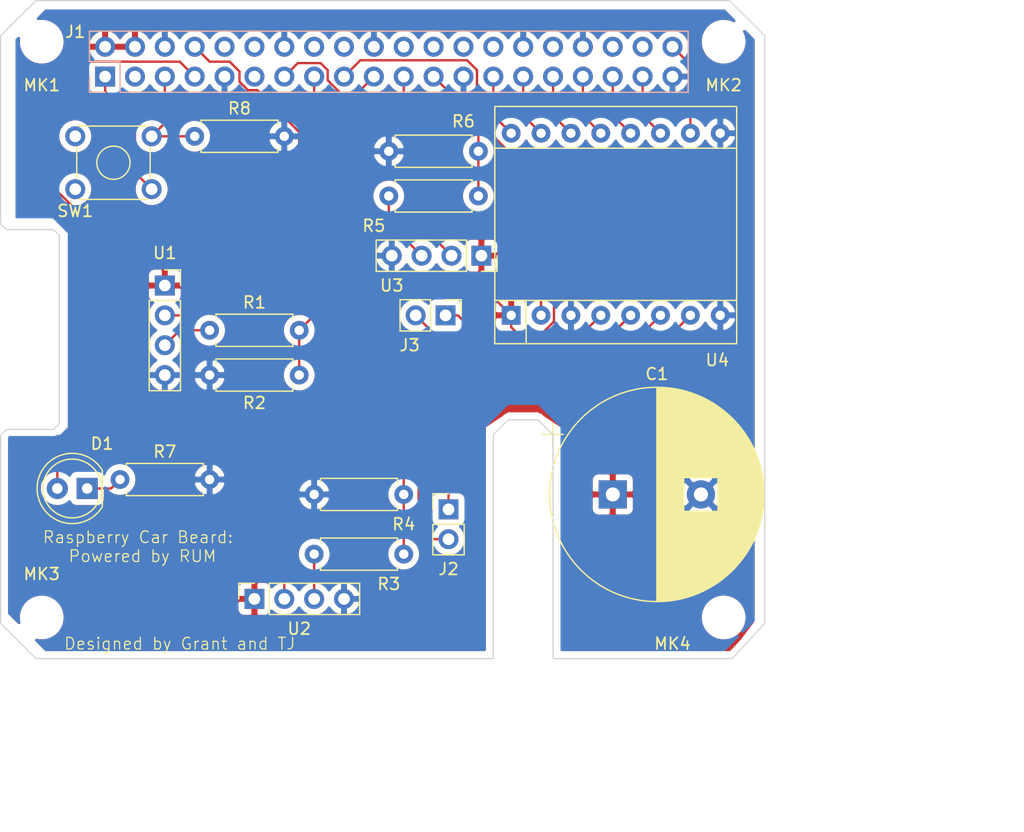
<source format=kicad_pcb>
(kicad_pcb (version 20171130) (host pcbnew "(5.1.0)-1")
  (title_block (date "15 nov 2012"))
  (layers (0 F.Cu signal hide) (31 B.Cu signal hide) (34 B.Paste user) (35 F.Paste user hide) (36 B.SilkS user hide) (37 F.SilkS user) (38 B.Mask user hide) (39 F.Mask user) (44 Edge.Cuts user))
  (net 0 "")
  (net 1 +3V3)
  (net 2 +5V)
  (net 3 GND)
  (net 4 "Net-(D1-Pad1)")
  (net 5 LED)
  (net 6 STBY)
  (net 7 PUSH_BUTTON)
  (net 8 A01)
  (net 9 A02)
  (net 10 B02)
  (net 11 AIN2)
  (net 12 P3_ECHO)
  (net 13 U1_TRIG)
  (net 14 P1_ECHO)
  (net 15 U2_TRIG)
  (net 16 P2_ECHO)
  (net 17 "Net-(J1-Pad24)")
  (net 18 "Net-(J1-Pad26)")
  (net 19 PWMA)
  (net 20 PWMB)
  (net 21 AIN1)
  (net 22 B01)
  (net 23 U3_TRIG)
  (net 24 BIN1)
  (net 25 BIN2)
  (net 26 U1_ECHO)
  (net 27 U2_ECHO)
  (net 28 U3_ECHO)
  (net 29 "Net-(SW1-Pad3)")
  (net 30 "Net-(J1-Pad12)")
  (net 31 "Net-(J1-Pad11)")
  (net 32 "Net-(J1-Pad10)")
  (net 33 "Net-(J1-Pad22)")
  (net 34 "Net-(J1-Pad18)")
  (net 35 "Net-(J1-Pad16)")
  (net 36 "Net-(J1-Pad3)")
  (net 37 "Net-(J1-Pad38)")
  (net 38 "Net-(J1-Pad36)")
  (net 39 "Net-(J1-Pad32)")
  (net 40 "Net-(J1-Pad28)")
  (net 41 "Net-(SW1-Pad1)")
  (module MountingHole:MountingHole_2.7mm_M2.5 (layer F.Cu) (at 75.23 50.51 180)
    (fp_text reference MK1 (at 0 -3.7 180) (layer F.SilkS))
    (fp_text value M2.5)
    (pad 1 np_thru_hole circle (at 0 0 180) (size 2.7 2.7) (drill 2.7) (layers *.Cu *.Mask))
  )
  (module Connector_PinHeader_2.54mm:PinHeader_1x02_P2.54mm_Vertical (layer F.Cu) (at 109.576 73.8 270)
    (fp_text reference J3 (at 2.54 3.048 180) (layer F.SilkS))
    (fp_text value Conn_01x02_Male)
    (pad 2 thru_hole oval (at 0 2.54 270) (size 1.7 1.7) (drill 1) (layers *.Cu *.Mask) (net 9 A02))
    (pad 1 thru_hole rect (at 0 0 270) (size 1.7 1.7) (drill 1) (layers *.Cu *.Mask) (net 8 A01))
  )
  (module Connector_PinSocket_2.54mm:PinSocket_2x20_P2.54mm_Vertical (layer B.Cu) (at 80.62 53.48 270)
    (fp_text reference J1 (at -3.81 2.54) (layer F.SilkS))
    (fp_text value Raspberry_Pi_2_3)
    (pad 40 thru_hole oval (at -2.54 -48.26 270) (size 1.7 1.7) (drill 1) (layers *.Cu *.Mask) (net 20 PWMB))
    (pad 39 thru_hole oval (at 0 -48.26 270) (size 1.7 1.7) (drill 1) (layers *.Cu *.Mask) (net 3 GND))
    (pad 38 thru_hole oval (at -2.54 -45.72 270) (size 1.7 1.7) (drill 1) (layers *.Cu *.Mask) (net 37 "Net-(J1-Pad38)"))
    (pad 37 thru_hole oval (at 0 -45.72 270) (size 1.7 1.7) (drill 1) (layers *.Cu *.Mask) (net 25 BIN2))
    (pad 36 thru_hole oval (at -2.54 -43.18 270) (size 1.7 1.7) (drill 1) (layers *.Cu *.Mask) (net 38 "Net-(J1-Pad36)"))
    (pad 35 thru_hole oval (at 0 -43.18 270) (size 1.7 1.7) (drill 1) (layers *.Cu *.Mask) (net 24 BIN1))
    (pad 34 thru_hole oval (at -2.54 -40.64 270) (size 1.7 1.7) (drill 1) (layers *.Cu *.Mask) (net 3 GND))
    (pad 33 thru_hole oval (at 0 -40.64 270) (size 1.7 1.7) (drill 1) (layers *.Cu *.Mask) (net 6 STBY))
    (pad 32 thru_hole oval (at -2.54 -38.1 270) (size 1.7 1.7) (drill 1) (layers *.Cu *.Mask) (net 39 "Net-(J1-Pad32)"))
    (pad 31 thru_hole oval (at 0 -38.1 270) (size 1.7 1.7) (drill 1) (layers *.Cu *.Mask) (net 21 AIN1))
    (pad 30 thru_hole oval (at -2.54 -35.56 270) (size 1.7 1.7) (drill 1) (layers *.Cu *.Mask) (net 3 GND))
    (pad 29 thru_hole oval (at 0 -35.56 270) (size 1.7 1.7) (drill 1) (layers *.Cu *.Mask) (net 11 AIN2))
    (pad 28 thru_hole oval (at -2.54 -33.02 270) (size 1.7 1.7) (drill 1) (layers *.Cu *.Mask) (net 40 "Net-(J1-Pad28)"))
    (pad 27 thru_hole oval (at 0 -33.02 270) (size 1.7 1.7) (drill 1) (layers *.Cu *.Mask) (net 19 PWMA))
    (pad 26 thru_hole oval (at -2.54 -30.48 270) (size 1.7 1.7) (drill 1) (layers *.Cu *.Mask) (net 18 "Net-(J1-Pad26)"))
    (pad 25 thru_hole oval (at 0 -30.48 270) (size 1.7 1.7) (drill 1) (layers *.Cu *.Mask) (net 3 GND))
    (pad 24 thru_hole oval (at -2.54 -27.94 270) (size 1.7 1.7) (drill 1) (layers *.Cu *.Mask) (net 17 "Net-(J1-Pad24)"))
    (pad 23 thru_hole oval (at 0 -27.94 270) (size 1.7 1.7) (drill 1) (layers *.Cu *.Mask) (net 12 P3_ECHO))
    (pad 22 thru_hole oval (at -2.54 -25.4 270) (size 1.7 1.7) (drill 1) (layers *.Cu *.Mask) (net 33 "Net-(J1-Pad22)"))
    (pad 21 thru_hole oval (at 0 -25.4 270) (size 1.7 1.7) (drill 1) (layers *.Cu *.Mask) (net 23 U3_TRIG))
    (pad 20 thru_hole oval (at -2.54 -22.86 270) (size 1.7 1.7) (drill 1) (layers *.Cu *.Mask) (net 3 GND))
    (pad 19 thru_hole oval (at 0 -22.86 270) (size 1.7 1.7) (drill 1) (layers *.Cu *.Mask) (net 16 P2_ECHO))
    (pad 18 thru_hole oval (at -2.54 -20.32 270) (size 1.7 1.7) (drill 1) (layers *.Cu *.Mask) (net 34 "Net-(J1-Pad18)"))
    (pad 17 thru_hole oval (at 0 -20.32 270) (size 1.7 1.7) (drill 1) (layers *.Cu *.Mask) (net 1 +3V3))
    (pad 16 thru_hole oval (at -2.54 -17.78 270) (size 1.7 1.7) (drill 1) (layers *.Cu *.Mask) (net 35 "Net-(J1-Pad16)"))
    (pad 15 thru_hole oval (at 0 -17.78 270) (size 1.7 1.7) (drill 1) (layers *.Cu *.Mask) (net 14 P1_ECHO))
    (pad 14 thru_hole oval (at -2.54 -15.24 270) (size 1.7 1.7) (drill 1) (layers *.Cu *.Mask) (net 3 GND))
    (pad 13 thru_hole oval (at 0 -15.24 270) (size 1.7 1.7) (drill 1) (layers *.Cu *.Mask) (net 15 U2_TRIG))
    (pad 12 thru_hole oval (at -2.54 -12.7 270) (size 1.7 1.7) (drill 1) (layers *.Cu *.Mask) (net 30 "Net-(J1-Pad12)"))
    (pad 11 thru_hole oval (at 0 -12.7 270) (size 1.7 1.7) (drill 1) (layers *.Cu *.Mask) (net 31 "Net-(J1-Pad11)"))
    (pad 10 thru_hole oval (at -2.54 -10.16 270) (size 1.7 1.7) (drill 1) (layers *.Cu *.Mask) (net 32 "Net-(J1-Pad10)"))
    (pad 9 thru_hole oval (at 0 -10.16 270) (size 1.7 1.7) (drill 1) (layers *.Cu *.Mask) (net 3 GND))
    (pad 8 thru_hole oval (at -2.54 -7.62 270) (size 1.7 1.7) (drill 1) (layers *.Cu *.Mask) (net 13 U1_TRIG))
    (pad 7 thru_hole oval (at 0 -7.62 270) (size 1.7 1.7) (drill 1) (layers *.Cu *.Mask) (net 5 LED))
    (pad 6 thru_hole oval (at -2.54 -5.08 270) (size 1.7 1.7) (drill 1) (layers *.Cu *.Mask) (net 3 GND))
    (pad 5 thru_hole oval (at 0 -5.08 270) (size 1.7 1.7) (drill 1) (layers *.Cu *.Mask) (net 7 PUSH_BUTTON))
    (pad 4 thru_hole oval (at -2.54 -2.54 270) (size 1.7 1.7) (drill 1) (layers *.Cu *.Mask) (net 2 +5V))
    (pad 3 thru_hole oval (at 0 -2.54 270) (size 1.7 1.7) (drill 1) (layers *.Cu *.Mask) (net 36 "Net-(J1-Pad3)"))
    (pad 2 thru_hole oval (at -2.54 0 270) (size 1.7 1.7) (drill 1) (layers *.Cu *.Mask) (net 2 +5V))
    (pad 1 thru_hole rect (at 0 0 270) (size 1.7 1.7) (drill 1) (layers *.Cu *.Mask) (net 1 +3V3))
  )
  (module SparkFun_TB6612:SparkFun_TB6612_foot (layer F.Cu) (at 136.5 68.72 90)
    (fp_text reference U4 (at -8.89 -3.81 180) (layer F.SilkS))
    (fp_text value TB6612FNG_BREAKOUT)
    (pad 1 thru_hole rect (at -5.074 -21.34 90) (size 1.6 1.6) (drill 0.8) (layers *.Cu *.Mask) (net 2 +5V))
    (pad 9 thru_hole oval (at 10.42 -3.56 90) (size 1.6 1.6) (drill 0.8) (layers *.Cu *.Mask) (net 3 GND))
    (pad 2 thru_hole oval (at -5.074 -18.8 90) (size 1.6 1.6) (drill 0.8) (layers *.Cu *.Mask) (net 1 +3V3))
    (pad 10 thru_hole oval (at 10.42 -6.1 90) (size 1.6 1.6) (drill 0.8) (layers *.Cu *.Mask) (net 20 PWMB))
    (pad 16 thru_hole oval (at 10.42 -21.34 90) (size 1.6 1.6) (drill 0.8) (layers *.Cu *.Mask) (net 19 PWMA))
    (pad 7 thru_hole oval (at -5.074 -6.1 90) (size 1.6 1.6) (drill 0.8) (layers *.Cu *.Mask) (net 22 B01))
    (pad 3 thru_hole oval (at -5.074 -16.26 90) (size 1.6 1.6) (drill 0.8) (layers *.Cu *.Mask) (net 3 GND))
    (pad 5 thru_hole oval (at -5.074 -11.18 90) (size 1.6 1.6) (drill 0.8) (layers *.Cu *.Mask) (net 9 A02))
    (pad 6 thru_hole oval (at -5.074 -8.64 90) (size 1.6 1.6) (drill 0.8) (layers *.Cu *.Mask) (net 10 B02))
    (pad 15 thru_hole oval (at 10.42 -18.8 90) (size 1.6 1.6) (drill 0.8) (layers *.Cu *.Mask) (net 11 AIN2))
    (pad 14 thru_hole oval (at 10.42 -16.26 90) (size 1.6 1.6) (drill 0.8) (layers *.Cu *.Mask) (net 21 AIN1))
    (pad 12 thru_hole oval (at 10.42 -11.18 90) (size 1.6 1.6) (drill 0.8) (layers *.Cu *.Mask) (net 24 BIN1))
    (pad 11 thru_hole oval (at 10.42 -8.64 90) (size 1.6 1.6) (drill 0.8) (layers *.Cu *.Mask) (net 25 BIN2))
    (pad 4 thru_hole oval (at -5.074 -13.72 90) (size 1.6 1.6) (drill 0.8) (layers *.Cu *.Mask) (net 8 A01))
    (pad 13 thru_hole oval (at 10.42 -13.72 90) (size 1.6 1.6) (drill 0.8) (layers *.Cu *.Mask) (net 6 STBY))
    (pad 8 thru_hole oval (at -5.074 -3.56 90) (size 1.6 1.6) (drill 0.8) (layers *.Cu *.Mask) (net 3 GND))
  )
  (module SparkFun_TB6612 (layer F.Cu) (at 0 0)
    (fp_text reference REF** (at 0 0.5) (layer F.SilkS))
    (fp_text value SparkFun_TB6612)
  )
  (module Capacitor_THT:CP_Radial_D18.0mm_P7.50mm (layer F.Cu) (at 123.8 89.04)
    (fp_text reference C1 (at 3.75 -10.25) (layer F.SilkS))
    (fp_text value CAP)
    (pad 2 thru_hole circle (at 7.5 0) (size 2.4 2.4) (drill 1.2) (layers *.Cu *.Mask) (net 3 GND))
    (pad 1 thru_hole rect (at 0 0) (size 2.4 2.4) (drill 1.2) (layers *.Cu *.Mask) (net 2 +5V))
  )
  (module MountingHole:MountingHole_2.7mm_M2.5 (layer F.Cu) (at 133.23 50.51 180)
    (fp_text reference MK2 (at 0 -3.7 180) (layer F.SilkS))
    (fp_text value M2.5)
    (pad 1 np_thru_hole circle (at 0 0 180) (size 2.7 2.7) (drill 2.7) (layers *.Cu *.Mask))
  )
  (module MountingHole:MountingHole_2.7mm_M2.5 (layer F.Cu) (at 75.23 99.51)
    (fp_text reference MK3 (at 0 -3.7) (layer F.SilkS))
    (fp_text value M2.5)
    (pad 1 np_thru_hole circle (at 0 0) (size 2.7 2.7) (drill 2.7) (layers *.Cu *.Mask))
  )
  (module MountingHole:MountingHole_2.7mm_M2.5 (layer F.Cu) (at 133.23 99.51)
    (fp_text reference MK4 (at -4.35 2.23) (layer F.SilkS))
    (fp_text value M2.5)
    (pad 1 np_thru_hole circle (at 0 0) (size 2.7 2.7) (drill 2.7) (layers *.Cu *.Mask))
  )
  (module LED_THT:LED_D5.0mm (layer F.Cu) (at 79.096 88.532 180)
    (fp_text reference D1 (at -1.27 3.81) (layer F.SilkS))
    (fp_text value LED)
    (pad 1 thru_hole rect (at 0 0 180) (size 1.8 1.8) (drill 0.9) (layers *.Cu *.Mask) (net 4 "Net-(D1-Pad1)"))
    (pad 2 thru_hole circle (at 2.54 0 180) (size 1.8 1.8) (drill 0.9) (layers *.Cu *.Mask) (net 5 LED))
  )
  (module Button_Switch_THT:SW_TH_Tactile_Omron_B3F-10xx (layer F.Cu) (at 78.08 58.56)
    (fp_text reference SW1 (at 0 6.35) (layer F.SilkS))
    (fp_text value SW_Push_Dual)
    (pad 4 thru_hole circle (at 6.5 4.5) (size 1.7 1.7) (drill 1) (layers *.Cu *.Mask) (net 1 +3V3))
    (pad 3 thru_hole circle (at 0 4.5) (size 1.7 1.7) (drill 1) (layers *.Cu *.Mask) (net 29 "Net-(SW1-Pad3)"))
    (pad 2 thru_hole circle (at 6.5 0) (size 1.7 1.7) (drill 1) (layers *.Cu *.Mask) (net 7 PUSH_BUTTON))
    (pad 1 thru_hole circle (at 0 0) (size 1.7 1.7) (drill 1) (layers *.Cu *.Mask) (net 41 "Net-(SW1-Pad1)"))
  )
  (module Connector_PinSocket_2.54mm:PinSocket_1x04_P2.54mm_Vertical (layer F.Cu) (at 85.7 71.26)
    (fp_text reference U1 (at 0 -2.77) (layer F.SilkS))
    (fp_text value HC-SR04)
    (pad 1 thru_hole rect (at 0 0) (size 1.7 1.7) (drill 1) (layers *.Cu *.Mask) (net 2 +5V))
    (pad 2 thru_hole oval (at 0 2.54) (size 1.7 1.7) (drill 1) (layers *.Cu *.Mask) (net 13 U1_TRIG))
    (pad 3 thru_hole oval (at 0 5.08) (size 1.7 1.7) (drill 1) (layers *.Cu *.Mask) (net 26 U1_ECHO))
    (pad 4 thru_hole oval (at 0 7.62) (size 1.7 1.7) (drill 1) (layers *.Cu *.Mask) (net 3 GND))
  )
  (module Connector_PinSocket_2.54mm:PinSocket_1x04_P2.54mm_Vertical (layer F.Cu) (at 93.32 97.93 90)
    (fp_text reference U2 (at -2.54 3.81) (layer F.SilkS))
    (fp_text value HC-SR04)
    (pad 4 thru_hole oval (at 0 7.62 90) (size 1.7 1.7) (drill 1) (layers *.Cu *.Mask) (net 3 GND))
    (pad 3 thru_hole oval (at 0 5.08 90) (size 1.7 1.7) (drill 1) (layers *.Cu *.Mask) (net 27 U2_ECHO))
    (pad 2 thru_hole oval (at 0 2.54 90) (size 1.7 1.7) (drill 1) (layers *.Cu *.Mask) (net 15 U2_TRIG))
    (pad 1 thru_hole rect (at 0 0 90) (size 1.7 1.7) (drill 1) (layers *.Cu *.Mask) (net 2 +5V))
  )
  (module Connector_PinSocket_2.54mm:PinSocket_1x04_P2.54mm_Vertical (layer F.Cu) (at 112.624 68.72 270)
    (fp_text reference U3 (at 2.54 7.62 180) (layer F.SilkS))
    (fp_text value HC-SR04)
    (pad 1 thru_hole rect (at 0 0 270) (size 1.7 1.7) (drill 1) (layers *.Cu *.Mask) (net 2 +5V))
    (pad 2 thru_hole oval (at 0 2.54 270) (size 1.7 1.7) (drill 1) (layers *.Cu *.Mask) (net 23 U3_TRIG))
    (pad 3 thru_hole oval (at 0 5.08 270) (size 1.7 1.7) (drill 1) (layers *.Cu *.Mask) (net 28 U3_ECHO))
    (pad 4 thru_hole oval (at 0 7.62 270) (size 1.7 1.7) (drill 1) (layers *.Cu *.Mask) (net 3 GND))
  )
  (module Connector_PinHeader_2.54mm:PinHeader_1x02_P2.54mm_Vertical (layer F.Cu) (at 109.83 90.31)
    (fp_text reference J2 (at 0 5.08) (layer F.SilkS))
    (fp_text value Conn_01x02_Male)
    (pad 1 thru_hole rect (at 0 0) (size 1.7 1.7) (drill 1) (layers *.Cu *.Mask) (net 22 B01))
    (pad 2 thru_hole oval (at 0 2.54) (size 1.7 1.7) (drill 1) (layers *.Cu *.Mask) (net 10 B02))
  )
  (module Resistor_THT:R_Axial_DIN0207_L6.3mm_D2.5mm_P7.62mm_Horizontal (layer F.Cu) (at 89.51 75.07)
    (fp_text reference R1 (at 3.81 -2.37) (layer F.SilkS))
    (fp_text value R)
    (pad 2 thru_hole oval (at 7.62 0) (size 1.6 1.6) (drill 0.8) (layers *.Cu *.Mask) (net 14 P1_ECHO))
    (pad 1 thru_hole circle (at 0 0) (size 1.6 1.6) (drill 0.8) (layers *.Cu *.Mask) (net 26 U1_ECHO))
  )
  (module Resistor_THT:R_Axial_DIN0207_L6.3mm_D2.5mm_P7.62mm_Horizontal (layer F.Cu) (at 97.13 78.88 180)
    (fp_text reference R2 (at 3.81 -2.37) (layer F.SilkS))
    (fp_text value R)
    (pad 1 thru_hole circle (at 0 0 180) (size 1.6 1.6) (drill 0.8) (layers *.Cu *.Mask) (net 14 P1_ECHO))
    (pad 2 thru_hole oval (at 7.62 0 180) (size 1.6 1.6) (drill 0.8) (layers *.Cu *.Mask) (net 3 GND))
  )
  (module Resistor_THT:R_Axial_DIN0207_L6.3mm_D2.5mm_P7.62mm_Horizontal (layer F.Cu) (at 98.4 94.12)
    (fp_text reference R3 (at 6.35 2.54) (layer F.SilkS))
    (fp_text value R)
    (pad 2 thru_hole oval (at 7.62 0) (size 1.6 1.6) (drill 0.8) (layers *.Cu *.Mask) (net 16 P2_ECHO))
    (pad 1 thru_hole circle (at 0 0) (size 1.6 1.6) (drill 0.8) (layers *.Cu *.Mask) (net 27 U2_ECHO))
  )
  (module Resistor_THT:R_Axial_DIN0207_L6.3mm_D2.5mm_P7.62mm_Horizontal (layer F.Cu) (at 106.02 89.04 180)
    (fp_text reference R4 (at 0 -2.54) (layer F.SilkS))
    (fp_text value R)
    (pad 1 thru_hole circle (at 0 0 180) (size 1.6 1.6) (drill 0.8) (layers *.Cu *.Mask) (net 16 P2_ECHO))
    (pad 2 thru_hole oval (at 7.62 0 180) (size 1.6 1.6) (drill 0.8) (layers *.Cu *.Mask) (net 3 GND))
  )
  (module Resistor_THT:R_Axial_DIN0207_L6.3mm_D2.5mm_P7.62mm_Horizontal (layer F.Cu) (at 104.75 63.64)
    (fp_text reference R5 (at -1.27 2.54) (layer F.SilkS))
    (fp_text value R)
    (pad 2 thru_hole oval (at 7.62 0) (size 1.6 1.6) (drill 0.8) (layers *.Cu *.Mask) (net 12 P3_ECHO))
    (pad 1 thru_hole circle (at 0 0) (size 1.6 1.6) (drill 0.8) (layers *.Cu *.Mask) (net 28 U3_ECHO))
  )
  (module Resistor_THT:R_Axial_DIN0207_L6.3mm_D2.5mm_P7.62mm_Horizontal (layer F.Cu) (at 112.37 59.83 180)
    (fp_text reference R6 (at 1.27 2.54) (layer F.SilkS))
    (fp_text value R)
    (pad 1 thru_hole circle (at 0 0 180) (size 1.6 1.6) (drill 0.8) (layers *.Cu *.Mask) (net 12 P3_ECHO))
    (pad 2 thru_hole oval (at 7.62 0 180) (size 1.6 1.6) (drill 0.8) (layers *.Cu *.Mask) (net 3 GND))
  )
  (module Resistor_THT:R_Axial_DIN0207_L6.3mm_D2.5mm_P7.62mm_Horizontal (layer F.Cu) (at 81.89 87.77)
    (fp_text reference R7 (at 3.81 -2.37) (layer F.SilkS))
    (fp_text value R)
    (pad 2 thru_hole oval (at 7.62 0) (size 1.6 1.6) (drill 0.8) (layers *.Cu *.Mask) (net 3 GND))
    (pad 1 thru_hole circle (at 0 0) (size 1.6 1.6) (drill 0.8) (layers *.Cu *.Mask) (net 4 "Net-(D1-Pad1)"))
  )
  (module Resistor_THT:R_Axial_DIN0207_L6.3mm_D2.5mm_P7.62mm_Horizontal (layer F.Cu) (at 88.24 58.56)
    (fp_text reference R8 (at 3.81 -2.37) (layer F.SilkS))
    (fp_text value R)
    (pad 1 thru_hole circle (at 0 0) (size 1.6 1.6) (drill 0.8) (layers *.Cu *.Mask) (net 7 PUSH_BUTTON))
    (pad 2 thru_hole oval (at 7.62 0) (size 1.6 1.6) (drill 0.8) (layers *.Cu *.Mask) (net 3 GND))
  )
  (gr_text "Designed by Grant and TJ\n" (at 86.97 101.74) (layer F.SilkS) (effects (font (size 1 1) (thickness 0.1))))
  (gr_text "Raspberry Car Beard: \nPowered by RUM" (at 83.795 93.485) (layer F.SilkS) (effects (font (size 1 1) (thickness 0.1))))
  (gr_line (start 113.64 83.96) (end 113.64 103.01) (layer Edge.Cuts) (width 0.1))
  (gr_line (start 117.45 82.69) (end 118.72 83.96) (layer Edge.Cuts) (width 0.1))
  (gr_line (start 116.18 82.69) (end 117.45 82.69) (layer Edge.Cuts) (width 0.1))
  (gr_line (start 114.91 82.69) (end 116.18 82.69) (layer Edge.Cuts) (width 0.1))
  (gr_line (start 113.64 83.96) (end 114.91 82.69) (layer Edge.Cuts) (width 0.1))
  (gr_line (start 76.23 66.51) (end 76.73 67.01) (layer Edge.Cuts) (width 0.1))
  (gr_line (start 71.73 66.01) (end 72.23 66.51) (layer Edge.Cuts) (width 0.1))
  (gr_line (start 71.73 84.01) (end 72.23 83.51) (layer Edge.Cuts) (width 0.1))
  (gr_line (start 76.23 83.51) (end 76.73 83.01) (layer Edge.Cuts) (width 0.1))
  (gr_line (start 71.73 100.01) (end 74.73 103.01) (layer Edge.Cuts) (width 0.1))
  (gr_line (start 71.73 50.01) (end 74.73 47.01) (layer Edge.Cuts) (width 0.1))
  (gr_line (start 133.73 47.01) (end 136.73 50.01) (layer Edge.Cuts) (width 0.1))
  (gr_line (start 136.73 100.01) (end 133.96 103.01) (layer Edge.Cuts) (width 0.1))
  (gr_line (start 76.73 67.01) (end 76.73 83.01) (layer Edge.Cuts) (width 0.1))
  (gr_line (start 71.73 50.01) (end 71.73 66.01) (layer Edge.Cuts) (width 0.1))
  (gr_line (start 72.23 66.51) (end 76.23 66.51) (layer Edge.Cuts) (width 0.1))
  (gr_line (start 118.72 103.01) (end 133.96 103.01) (layer Edge.Cuts) (width 0.1))
  (gr_line (start 133.73 47.01) (end 74.73 47.01) (layer Edge.Cuts) (width 0.1))
  (gr_line (start 118.72 83.96) (end 118.72 103.01) (layer Edge.Cuts) (width 0.1))
  (gr_line (start 76.23 83.51) (end 72.23 83.51) (layer Edge.Cuts) (width 0.1))
  (gr_line (start 74.73 103.01) (end 113.64 103.01) (layer Edge.Cuts) (width 0.1))
  (gr_line (start 136.73 100.01) (end 136.73 50.01) (layer Edge.Cuts) (width 0.1))
  (gr_line (start 71.73 84.01) (end 71.73 100.01) (layer Edge.Cuts) (width 0.1))
  (segment (start 80.62 53.48) (end 80.62 54.75) (width 0.2) (layer F.Cu) (net 1))
  (segment (start 80.62 54.75) (end 83.16 57.29) (width 0.2) (layer F.Cu) (net 1))
  (segment (start 83.16 61.64) (end 84.58 63.06) (width 0.2) (layer F.Cu) (net 1))
  (segment (start 83.16 57.29) (end 83.16 61.64) (width 0.2) (layer F.Cu) (net 1))
  (segment (start 102.329999 52.090001) (end 100.94 53.48) (width 0.2) (layer F.Cu) (net 1))
  (segment (start 117.7 62.62) (end 113.132 58.052) (width 0.2) (layer F.Cu) (net 1))
  (segment (start 111.412003 52.090001) (end 102.329999 52.090001) (width 0.2) (layer F.Cu) (net 1))
  (segment (start 117.7 73.794) (end 117.7 62.62) (width 0.2) (layer F.Cu) (net 1))
  (segment (start 113.132 58.052) (end 113.132 57.486302) (width 0.2) (layer F.Cu) (net 1))
  (segment (start 113.132 57.486302) (end 112.250001 56.604303) (width 0.2) (layer F.Cu) (net 1))
  (segment (start 112.250001 56.604303) (end 112.250001 52.927999) (width 0.2) (layer F.Cu) (net 1))
  (segment (start 112.250001 52.927999) (end 111.412003 52.090001) (width 0.2) (layer F.Cu) (net 1))
  (segment (start 112.624 71.258) (end 115.16 73.794) (width 0.2) (layer F.Cu) (net 2))
  (segment (start 112.624 68.72) (end 112.624 71.258) (width 0.2) (layer F.Cu) (net 2))
  (segment (start 115.16 73.794) (end 115.16 74.812) (width 0.2) (layer F.Cu) (net 2))
  (segment (start 115.16 74.812) (end 115.672 75.324) (width 0.2) (layer F.Cu) (net 2))
  (segment (start 117.798002 75.324) (end 118.72 74.402002) (width 0.2) (layer F.Cu) (net 2))
  (segment (start 115.672 75.324) (end 117.798002 75.324) (width 0.2) (layer F.Cu) (net 2))
  (segment (start 118.800001 74.322001) (end 118.800001 72.703999) (width 0.2) (layer F.Cu) (net 2))
  (segment (start 118.72 74.402002) (end 118.800001 74.322001) (width 0.2) (layer F.Cu) (net 2))
  (segment (start 118.800001 72.703999) (end 118.72 72.623998) (width 0.2) (layer F.Cu) (net 2))
  (segment (start 81.89 87.77) (end 81.128 88.532) (width 0.2) (layer F.Cu) (net 4))
  (segment (start 81.128 88.532) (end 79.096 88.532) (width 0.2) (layer F.Cu) (net 4))
  (segment (start 81.128 85.992) (end 77.572 85.992) (width 0.2) (layer F.Cu) (net 5))
  (segment (start 83.16 83.96) (end 81.128 85.992) (width 0.2) (layer F.Cu) (net 5))
  (segment (start 86.97 52.21) (end 78.08 52.21) (width 0.2) (layer F.Cu) (net 5))
  (segment (start 83.16 69.99) (end 83.16 83.96) (width 0.2) (layer F.Cu) (net 5))
  (segment (start 78.08 64.91) (end 83.16 69.99) (width 0.2) (layer F.Cu) (net 5))
  (segment (start 88.24 53.48) (end 86.97 52.21) (width 0.2) (layer F.Cu) (net 5))
  (segment (start 76.556 87.008) (end 76.556 88.532) (width 0.2) (layer F.Cu) (net 5))
  (segment (start 78.08 52.21) (end 75.54 54.75) (width 0.2) (layer F.Cu) (net 5))
  (segment (start 75.54 54.75) (end 75.54 62.222002) (width 0.2) (layer F.Cu) (net 5))
  (segment (start 77.572 85.992) (end 76.556 87.008) (width 0.2) (layer F.Cu) (net 5))
  (segment (start 75.54 62.222002) (end 78.08 64.762002) (width 0.2) (layer F.Cu) (net 5))
  (segment (start 78.08 64.762002) (end 78.08 64.91) (width 0.2) (layer F.Cu) (net 5))
  (segment (start 121.26 56.78) (end 122.78 58.3) (width 0.2) (layer F.Cu) (net 6))
  (segment (start 121.26 53.48) (end 121.26 56.78) (width 0.2) (layer F.Cu) (net 6))
  (segment (start 85.7 57.44) (end 84.58 58.56) (width 0.2) (layer F.Cu) (net 7))
  (segment (start 85.7 53.48) (end 85.7 57.44) (width 0.2) (layer F.Cu) (net 7))
  (segment (start 84.58 58.56) (end 88.24 58.56) (width 0.2) (layer F.Cu) (net 7))
  (segment (start 110.626 73.8) (end 109.576 73.8) (width 0.2) (layer F.Cu) (net 8))
  (segment (start 112.658 75.832) (end 110.626 73.8) (width 0.2) (layer F.Cu) (net 8))
  (segment (start 120.742 75.832) (end 112.658 75.832) (width 0.2) (layer F.Cu) (net 8))
  (segment (start 122.78 73.794) (end 120.742 75.832) (width 0.2) (layer F.Cu) (net 8))
  (segment (start 125.32 73.794) (end 122.266 76.848) (width 0.2) (layer F.Cu) (net 9))
  (segment (start 110.084 76.848) (end 107.036 73.8) (width 0.2) (layer F.Cu) (net 9))
  (segment (start 122.266 76.848) (end 110.084 76.848) (width 0.2) (layer F.Cu) (net 9))
  (segment (start 127.86 73.794) (end 124.044 77.61) (width 0.2) (layer F.Cu) (net 10))
  (segment (start 124.044 77.61) (end 113.64 77.61) (width 0.2) (layer F.Cu) (net 10))
  (segment (start 113.64 77.61) (end 107.29 83.96) (width 0.2) (layer F.Cu) (net 10))
  (segment (start 107.29 83.96) (end 107.29 91.58) (width 0.2) (layer F.Cu) (net 10))
  (segment (start 107.29 91.58) (end 108.56 92.85) (width 0.2) (layer F.Cu) (net 10))
  (segment (start 108.56 92.85) (end 109.83 92.85) (width 0.2) (layer F.Cu) (net 10))
  (segment (start 116.18 56.78) (end 117.7 58.3) (width 0.2) (layer F.Cu) (net 11))
  (segment (start 116.18 53.48) (end 116.18 56.78) (width 0.2) (layer F.Cu) (net 11))
  (segment (start 112.37 57.29) (end 112.37 59.83) (width 0.2) (layer F.Cu) (net 12))
  (segment (start 108.56 53.48) (end 112.37 57.29) (width 0.2) (layer F.Cu) (net 12))
  (segment (start 112.37 59.83) (end 112.37 63.64) (width 0.2) (layer F.Cu) (net 12))
  (segment (start 85.7 73.8) (end 88.24 73.8) (width 0.2) (layer F.Cu) (net 13))
  (segment (start 88.24 73.8) (end 97.13 64.91) (width 0.2) (layer F.Cu) (net 13))
  (segment (start 97.13 64.91) (end 97.13 58.201998) (width 0.2) (layer F.Cu) (net 13))
  (segment (start 92.767999 54.630001) (end 92.05 53.912002) (width 0.2) (layer F.Cu) (net 13))
  (segment (start 97.13 58.201998) (end 93.558003 54.630001) (width 0.2) (layer F.Cu) (net 13))
  (segment (start 93.558003 54.630001) (end 92.767999 54.630001) (width 0.2) (layer F.Cu) (net 13))
  (segment (start 92.05 53.047998) (end 91.212002 52.21) (width 0.2) (layer F.Cu) (net 13))
  (segment (start 92.05 53.912002) (end 92.05 53.047998) (width 0.2) (layer F.Cu) (net 13))
  (segment (start 89.51 52.21) (end 88.24 50.94) (width 0.2) (layer F.Cu) (net 13))
  (segment (start 91.212002 52.21) (end 89.51 52.21) (width 0.2) (layer F.Cu) (net 13))
  (segment (start 98.4 73.8) (end 97.13 75.07) (width 0.2) (layer F.Cu) (net 14))
  (segment (start 98.4 53.48) (end 98.4 73.8) (width 0.2) (layer F.Cu) (net 14))
  (segment (start 97.13 75.07) (end 97.13 78.88) (width 0.2) (layer F.Cu) (net 14))
  (segment (start 95.86 88.278) (end 95.86 97.93) (width 0.2) (layer F.Cu) (net 15))
  (segment (start 100.507998 83.630002) (end 95.86 88.278) (width 0.2) (layer F.Cu) (net 15))
  (segment (start 97.010001 52.329999) (end 98.952001 52.329999) (width 0.2) (layer F.Cu) (net 15))
  (segment (start 95.86 53.48) (end 97.010001 52.329999) (width 0.2) (layer F.Cu) (net 15))
  (segment (start 98.952001 52.329999) (end 99.550001 52.927999) (width 0.2) (layer F.Cu) (net 15))
  (segment (start 99.550001 52.927999) (end 99.550001 53.792003) (width 0.2) (layer F.Cu) (net 15))
  (segment (start 99.550001 53.792003) (end 100.507998 54.75) (width 0.2) (layer F.Cu) (net 15))
  (segment (start 100.507998 54.75) (end 100.507998 83.630002) (width 0.2) (layer F.Cu) (net 15))
  (segment (start 102.21 54.75) (end 102.21 82.69) (width 0.2) (layer F.Cu) (net 16))
  (segment (start 103.48 53.48) (end 102.21 54.75) (width 0.2) (layer F.Cu) (net 16))
  (segment (start 106.02 86.5) (end 106.02 89.04) (width 0.2) (layer F.Cu) (net 16))
  (segment (start 102.21 82.69) (end 106.02 86.5) (width 0.2) (layer F.Cu) (net 16))
  (segment (start 106.02 89.04) (end 106.02 94.12) (width 0.2) (layer F.Cu) (net 16))
  (segment (start 113.64 56.78) (end 115.16 58.3) (width 0.2) (layer F.Cu) (net 19))
  (segment (start 113.64 53.48) (end 113.64 56.78) (width 0.2) (layer F.Cu) (net 19))
  (segment (start 130.4 52.46) (end 128.88 50.94) (width 0.2) (layer F.Cu) (net 20))
  (segment (start 130.4 58.3) (end 130.4 52.46) (width 0.2) (layer F.Cu) (net 20))
  (segment (start 118.72 56.78) (end 120.24 58.3) (width 0.2) (layer F.Cu) (net 21))
  (segment (start 118.72 53.48) (end 118.72 56.78) (width 0.2) (layer F.Cu) (net 21))
  (segment (start 109.83 82.69) (end 109.83 90.31) (width 0.2) (layer F.Cu) (net 22))
  (segment (start 113.64 78.88) (end 109.83 82.69) (width 0.2) (layer F.Cu) (net 22))
  (segment (start 130.4 73.794) (end 125.314 78.88) (width 0.2) (layer F.Cu) (net 22))
  (segment (start 125.314 78.88) (end 113.64 78.88) (width 0.2) (layer F.Cu) (net 22))
  (segment (start 108.56 67.196) (end 110.084 68.72) (width 0.2) (layer F.Cu) (net 23))
  (segment (start 108.56 59.576) (end 108.56 67.196) (width 0.2) (layer F.Cu) (net 23))
  (segment (start 106.02 53.48) (end 106.02 57.036) (width 0.2) (layer F.Cu) (net 23))
  (segment (start 106.02 57.036) (end 108.56 59.576) (width 0.2) (layer F.Cu) (net 23))
  (segment (start 123.8 56.78) (end 125.32 58.3) (width 0.2) (layer F.Cu) (net 24))
  (segment (start 123.8 53.48) (end 123.8 56.78) (width 0.2) (layer F.Cu) (net 24))
  (segment (start 126.34 56.78) (end 127.86 58.3) (width 0.2) (layer F.Cu) (net 25))
  (segment (start 126.34 53.48) (end 126.34 56.78) (width 0.2) (layer F.Cu) (net 25))
  (segment (start 86.97 75.07) (end 85.7 76.34) (width 0.2) (layer F.Cu) (net 26))
  (segment (start 89.51 75.07) (end 86.97 75.07) (width 0.2) (layer F.Cu) (net 26))
  (segment (start 98.4 94.12) (end 98.4 97.93) (width 0.2) (layer F.Cu) (net 27))
  (segment (start 104.75 63.64) (end 104.75 65.926) (width 0.2) (layer F.Cu) (net 28))
  (segment (start 104.75 65.926) (end 107.544 68.72) (width 0.2) (layer F.Cu) (net 28))
  (zone (net 0) (net_name "") (layer F.Cu) (connect_pads (clearance 0.508)) (min_thickness 0.254)
    (keepout (tracks allowed) (vias allowed) (copperpour not_allowed))
    (fill (arc_segments 32) (thermal_gap 0.508) (thermal_bridge_width 0.508))
    (polygon (pts (xy 118.212 75.324) (xy 119.736 75.324) (xy 119.736 74.816) (xy 119.228 74.308) (xy 118.72 74.308) (xy 118.212 74.816)))
  )
  (zone (net 2) (net_name +5V) (layer F.Cu) (connect_pads (clearance 0.508)) (min_thickness 0.254) (fill yes (arc_segments 32) (thermal_gap 0.508) (thermal_bridge_width 0.508))
    (polygon (pts (xy 133.96 102.375) (xy 135.865 99.835) (xy 135.865 50.305) (xy 133.325 47.765) (xy 75.54 47.765) (xy 73 50.305) (xy 73 65.545) (xy 76.81 65.545) (xy 78.08 66.815) (xy 78.08 82.69) (xy 76.175 84.595) (xy 72.365 84.595) (xy 72.365 99.2) (xy 75.54 102.375) (xy 113.005 102.375) (xy 113.005 83.325) (xy 114.91 82.055) (xy 117.45 82.055) (xy 119.355 83.325) (xy 119.355 102.375)))
  )
  (zone (net 3) (net_name GND) (layer B.Cu) (connect_pads (clearance 0.508)) (min_thickness 0.254) (fill yes (arc_segments 32) (thermal_gap 0.508) (thermal_bridge_width 0.508))
    (polygon (pts (xy 133.325 102.375) (xy 135.865 99.835) (xy 135.865 50.305) (xy 133.325 47.765) (xy 75.54 47.765) (xy 73 50.305) (xy 73 65.545) (xy 76.175 65.545) (xy 77.445 66.815) (xy 77.445 82.69) (xy 77.445 83.325) (xy 76.81 83.96) (xy 72.365 83.96) (xy 72.365 99.2) (xy 75.54 102.375) (xy 113.005 102.375) (xy 113.005 83.325) (xy 114.91 81.42) (xy 117.45 81.42) (xy 119.355 83.325) (xy 119.355 102.375)))
  )
)
</source>
